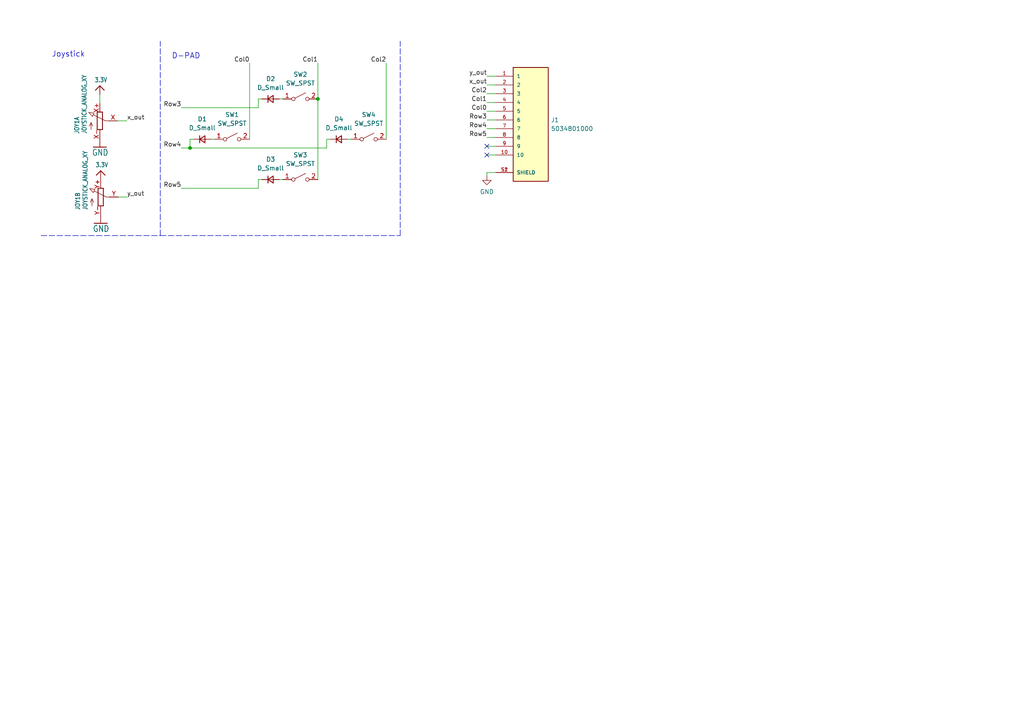
<source format=kicad_sch>
(kicad_sch (version 20211123) (generator eeschema)
  (paper "A4")
  (title_block (title "Joystick & D-PAD Module"))
  (lib_symbols
    (symbol "5034801000:5034801000" (pin_names (offset 1.016))
      (property "Reference" "J" (at -5.08 18.542 0))
      (property "Value" "5034801000" (at -5.08 -17.78 0))
      (symbol "5034801000_0_0"
        (rectangle (start -5.08 -15.24) (end 5.08 17.78) (stroke (width 0.254)) (fill (type background)))
        (pin passive line (at -10.16 15.24 0) (length 5.08) (name "1") (number "1"))
        (pin passive line (at -10.16 -7.62 0) (length 5.08) (name "10") (number "10"))
        (pin passive line (at -10.16 12.7 0) (length 5.08) (name "2") (number "2"))
        (pin passive line (at -10.16 10.16 0) (length 5.08) (name "3") (number "3"))
        (pin passive line (at -10.16 7.62 0) (length 5.08) (name "4") (number "4"))
        (pin passive line (at -10.16 5.08 0) (length 5.08) (name "5") (number "5"))
        (pin passive line (at -10.16 2.54 0) (length 5.08) (name "6") (number "6"))
        (pin passive line (at -10.16 0 0) (length 5.08) (name "7") (number "7"))
        (pin passive line (at -10.16 -2.54 0) (length 5.08) (name "8") (number "8"))
        (pin passive line (at -10.16 -5.08 0) (length 5.08) (name "9") (number "9"))
        (pin passive line (at -10.16 -12.7 0) (length 5.08) (name "SHIELD") (number "S1"))
        (pin passive line (at -10.16 -12.7 0) (length 5.08) (name "SHIELD") (number "S2"))
      )
    )
    (symbol "Adafruit Mini Analog Thumbstick-eagle-import:3.3V" (power)
      (property "Value" "3.3V" (at -1.524 1.016 0))
      (symbol "3.3V_1_0"
        (polyline (pts (xy -1.27 -1.27) (xy 0 0)) (stroke (width 0.254)))
        (polyline (pts (xy 0 0) (xy 1.27 -1.27)) (stroke (width 0.254)))
        (pin power_in line (at 0 -2.54 90) (length 2.54) (name "3.3V") (number "1"))
      )
    )
    (symbol "Adafruit Mini Analog Thumbstick-eagle-import:GND" (power)
      (property "Value" "GND" (at -2.54 -2.54 0))
      (symbol "GND_1_0"
        (polyline (pts (xy -1.905 0) (xy 1.905 0)) (stroke (width 0.254)))
        (pin power_in line (at 0 2.54 270) (length 2.54) (name "GND") (number "1"))
      )
    )
    (symbol "Adafruit Mini Analog Thumbstick-eagle-import:JOYSTICK_ANALOG_XY"
      (property "Reference" "JOY" (at -5.969 -3.81 90))
      (property "Value" "JOYSTICK_ANALOG_XY" (at -3.81 -3.81 90))
      (symbol "JOYSTICK_ANALOG_XY_1_0"
        (polyline (pts (xy -3.1989 2.4495) (xy -1.7018 2.2352)) (stroke (width 0.1524)))
        (polyline (pts (xy -2.54 -2.54) (xy -2.54 -0.508)) (stroke (width 0.1524)))
        (polyline (pts (xy -2.54 -0.508) (xy -3.048 -1.524)) (stroke (width 0.1524)))
        (polyline (pts (xy -2.54 -0.508) (xy -2.032 -1.524)) (stroke (width 0.1524)))
        (polyline (pts (xy -2.1597 1.2939) (xy -3.1989 2.4495)) (stroke (width 0.1524)))
        (polyline (pts (xy -2.1597 1.2939) (xy -1.7018 2.2352)) (stroke (width 0.1524)))
        (polyline (pts (xy -0.762 -2.54) (xy 0.762 -2.54)) (stroke (width 0.254)))
        (polyline (pts (xy -0.762 2.54) (xy -0.762 -2.54)) (stroke (width 0.254)))
        (polyline (pts (xy 0.762 -2.54) (xy 0.762 2.54)) (stroke (width 0.254)))
        (polyline (pts (xy 0.762 2.54) (xy -0.762 2.54)) (stroke (width 0.254)))
        (polyline (pts (xy 1.651 0) (xy -1.8796 1.7526)) (stroke (width 0.1524)))
        (polyline (pts (xy 2.54 0) (xy 1.651 0)) (stroke (width 0.1524)))
        (pin passive line (at 5.08 0 180) (length 2.54) (name "S") (number "X"))
        (pin passive line (at 0 5.08 270) (length 2.54) (name "E") (number "X+"))
        (pin passive line (at 0 -5.08 90) (length 2.54) (name "A") (number "X-"))
      )
      (symbol "JOYSTICK_ANALOG_XY_2_0"
        (polyline (pts (xy -3.1989 2.4495) (xy -1.7018 2.2352)) (stroke (width 0.1524)))
        (polyline (pts (xy -2.54 -2.54) (xy -2.54 -0.508)) (stroke (width 0.1524)))
        (polyline (pts (xy -2.54 -0.508) (xy -3.048 -1.524)) (stroke (width 0.1524)))
        (polyline (pts (xy -2.54 -0.508) (xy -2.032 -1.524)) (stroke (width 0.1524)))
        (polyline (pts (xy -2.1597 1.2939) (xy -3.1989 2.4495)) (stroke (width 0.1524)))
        (polyline (pts (xy -2.1597 1.2939) (xy -1.7018 2.2352)) (stroke (width 0.1524)))
        (polyline (pts (xy -0.762 -2.54) (xy 0.762 -2.54)) (stroke (width 0.254)))
        (polyline (pts (xy -0.762 2.54) (xy -0.762 -2.54)) (stroke (width 0.254)))
        (polyline (pts (xy 0.762 -2.54) (xy 0.762 2.54)) (stroke (width 0.254)))
        (polyline (pts (xy 0.762 2.54) (xy -0.762 2.54)) (stroke (width 0.254)))
        (polyline (pts (xy 1.651 0) (xy -1.8796 1.7526)) (stroke (width 0.1524)))
        (polyline (pts (xy 2.54 0) (xy 1.651 0)) (stroke (width 0.1524)))
        (pin passive line (at 5.08 0 180) (length 2.54) (name "S") (number "Y"))
        (pin passive line (at 0 5.08 270) (length 2.54) (name "E") (number "Y+"))
        (pin passive line (at 0 -5.08 90) (length 2.54) (name "A") (number "Y-"))
      )
    )
    (symbol "Device:D_Small" (pin_numbers hide) (pin_names (offset 0.254) hide)
      (property "Reference" "D" (at -1.27 2.032 0))
      (property "Value" "D_Small" (at -3.81 -2.032 0))
      (symbol "D_Small_0_1"
        (polyline (pts (xy -0.762 -1.016) (xy -0.762 1.016)) (stroke (width 0.254)))
        (polyline (pts (xy -0.762 0) (xy 0.762 0)))
        (polyline (pts (xy 0.762 -1.016) (xy -0.762 0) (xy 0.762 1.016) (xy 0.762 -1.016)) (stroke (width 0.254)))
      )
      (symbol "D_Small_1_1"
        (pin passive line (at -2.54 0 0) (length 1.778) (name "K") (number "1"))
        (pin passive line (at 2.54 0 180) (length 1.778) (name "A") (number "2"))
      )
    )
    (symbol "Switch:SW_SPST" (pin_names (offset 0) hide)
      (property "Reference" "SW" (at 0 3.175 0))
      (property "Value" "SW_SPST" (at 0 -2.54 0))
      (symbol "SW_SPST_0_0"
        (circle (center -2.032 0) (radius 0.508))
        (polyline (pts (xy -1.524 0.254) (xy 1.524 1.778)))
        (circle (center 2.032 0) (radius 0.508))
      )
      (symbol "SW_SPST_1_1"
        (pin passive line (at -5.08 0 0) (length 2.54) (name "A") (number "1"))
        (pin passive line (at 5.08 0 180) (length 2.54) (name "B") (number "2"))
      )
    )
    (symbol "power:GND" (power) (pin_names (offset 0))
      (property "Value" "GND" (at 0 -3.81 0))
      (symbol "GND_0_1"
        (polyline (pts (xy 0 0) (xy 0 -1.27) (xy 1.27 -1.27) (xy 0 -2.54) (xy -1.27 -1.27) (xy 0 -1.27)))
      )
      (symbol "GND_1_1"
        (pin power_in line (at 0 0 270) (length 0) hide (name "GND") (number "1"))
      )
    )
  )
  (junction (at 92.202 28.702))
  (junction (at 55.118 42.926))
  (no_connect (at 141.224 44.958))
  (no_connect (at 141.224 42.418))
  (polyline (pts (xy 116.078 68.326) (xy 116.078 11.938)))
  (wire (pts (xy 52.578 31.242) (xy 74.93 31.242)))
  (wire (pts (xy 52.578 42.926) (xy 55.118 42.926)))
  (wire (pts (xy 94.742 40.386) (xy 94.742 42.926)))
  (wire (pts (xy 141.224 39.878) (xy 143.764 39.878)))
  (wire (pts (xy 75.946 52.07) (xy 74.93 52.07)))
  (wire (pts (xy 141.224 37.338) (xy 143.764 37.338)))
  (wire (pts (xy 141.224 22.098) (xy 143.764 22.098)))
  (wire (pts (xy 141.224 34.798) (xy 143.764 34.798)))
  (wire (pts (xy 141.224 29.718) (xy 143.764 29.718)))
  (wire (pts (xy 81.026 52.07) (xy 82.042 52.07)))
  (wire (pts (xy 55.118 42.926) (xy 94.742 42.926)))
  (wire (pts (xy 75.946 28.702) (xy 74.93 28.702)))
  (wire (pts (xy 141.224 24.638) (xy 143.764 24.638)))
  (wire (pts (xy 74.93 28.702) (xy 74.93 31.242)))
  (wire (pts (xy 28.956 27.432) (xy 28.956 29.972)))
  (wire (pts (xy 92.202 28.702) (xy 92.202 18.288)))
  (wire (pts (xy 92.202 28.702) (xy 92.202 52.07)))
  (wire (pts (xy 141.224 44.958) (xy 143.764 44.958)))
  (wire (pts (xy 56.134 40.386) (xy 55.118 40.386)))
  (wire (pts (xy 34.29 57.15) (xy 36.83 57.15)))
  (polyline (pts (xy 11.938 68.326) (xy 46.482 68.326)))
  (wire (pts (xy 81.026 28.702) (xy 82.042 28.702)))
  (wire (pts (xy 112.014 18.288) (xy 112.014 40.386)))
  (wire (pts (xy 141.224 32.258) (xy 143.764 32.258)))
  (wire (pts (xy 141.224 50.038) (xy 143.764 50.038)))
  (wire (pts (xy 72.39 18.288) (xy 72.39 40.386)))
  (wire (pts (xy 52.578 54.61) (xy 74.93 54.61)))
  (polyline (pts (xy 46.482 68.326) (xy 116.078 68.326)))
  (wire (pts (xy 141.224 42.418) (xy 143.764 42.418)))
  (wire (pts (xy 141.224 51.054) (xy 141.224 50.038)))
  (wire (pts (xy 100.838 40.386) (xy 101.854 40.386)))
  (wire (pts (xy 95.758 40.386) (xy 94.742 40.386)))
  (wire (pts (xy 34.036 35.052) (xy 36.83 35.052)))
  (wire (pts (xy 61.214 40.386) (xy 62.23 40.386)))
  (polyline (pts (xy 46.482 68.326) (xy 46.482 11.938)))
  (wire (pts (xy 141.224 27.178) (xy 143.764 27.178)))
  (wire (pts (xy 74.93 52.07) (xy 74.93 54.61)))
  (wire (pts (xy 55.118 40.386) (xy 55.118 42.926)))
  (text "D-PAD\n" (at 49.784 17.272 0) (effects (font (size 1.6 1.6)) (justify left bottom)))
  (text "Joystick" (at 14.986 16.764 0) (effects (font (size 1.6 1.6)) (justify left bottom)))
  (label "Col1" (at 92.202 18.288 180))
  (label "x_out" (at 36.83 35.052 0) (effects (font (size 1.2446 1.2446))))
  (label "Row4" (at 141.224 37.338 180))
  (label "x_out" (at 141.224 24.638 180))
  (label "Row5" (at 52.578 54.61 180))
  (label "y_out" (at 141.224 22.098 180))
  (label "Row5" (at 141.224 39.878 180))
  (label "Row3" (at 52.578 31.242 180))
  (label "Col0" (at 141.224 32.258 180))
  (label "y_out" (at 36.83 57.15 0) (effects (font (size 1.2446 1.2446))))
  (label "Row3" (at 141.224 34.798 180))
  (label "Col2" (at 141.224 27.178 180))
  (label "Col1" (at 141.224 29.718 180))
  (label "Col0" (at 72.39 18.288 180))
  (label "Col2" (at 112.014 18.288 180))
  (label "Row4" (at 52.578 42.926 180))
  (symbol (lib_id "Adafruit Mini Analog Thumbstick-eagle-import:GND") (at 28.956 42.672 0) (mirror y) (unit 1)
    (property "Reference" "#GND0102" (effects hide))
    (property "Value" "GND" (at 31.496 45.212 0) (effects (font (size 1.778 1.5113)) (justify left bottom)))
    (property "Footprint" "Adafruit Mini Analog Thumbstick:" (effects hide))
  )
  (symbol (lib_id "Adafruit Mini Analog Thumbstick-eagle-import:GND") (at 29.21 64.77 0) (mirror y) (unit 1)
    (property "Reference" "#GND0101" (effects hide))
    (property "Value" "GND" (at 31.75 67.31 0) (effects (font (size 1.778 1.5113)) (justify left bottom)))
    (property "Footprint" "Adafruit Mini Analog Thumbstick:" (effects hide))
  )
  (symbol (lib_id "Switch:SW_SPST") (at 106.934 40.386 0) (unit 1)
    (property "Reference" "SW4" (at 106.934 33.274 0))
    (property "Value" "SW_SPST" (at 106.934 35.814 0))
    (property "Footprint" "KSA_Switch:KSA1M331LFT" (effects hide))
  )
  (symbol (lib_id "Device:D_Small") (at 58.674 40.386 0) (unit 1)
    (property "Reference" "D1" (at 58.674 34.544 0))
    (property "Value" "D_Small" (at 58.674 37.084 0))
    (property "Footprint" "Diode_SMD:D_SOD-123" (effects hide))
  )
  (symbol (lib_id "Switch:SW_SPST") (at 87.122 52.07 0) (unit 1)
    (property "Reference" "SW3" (at 87.122 44.958 0))
    (property "Value" "SW_SPST" (at 87.122 47.498 0))
    (property "Footprint" "KSA_Switch:KSA1M331LFT" (effects hide))
  )
  (symbol (lib_id "Device:D_Small") (at 78.486 52.07 0) (unit 1)
    (property "Reference" "D3" (at 78.486 46.228 0))
    (property "Value" "D_Small" (at 78.486 48.768 0))
    (property "Footprint" "Diode_SMD:D_SOD-123" (effects hide))
  )
  (symbol (lib_id "Adafruit Mini Analog Thumbstick-eagle-import:JOYSTICK_ANALOG_XY") (at 28.956 35.052 0) (unit 1)
    (property "Reference" "JOY1" (at 22.987 38.862 90) (effects (font (size 1.27 1.0795)) (justify left bottom)))
    (property "Value" "JOYSTICK_ANALOG_XY" (at 25.146 38.862 90) (effects (font (size 1.27 1.0795)) (justify left bottom)))
    (property "Footprint" "Adafruit_Thumbstick:JOYSTICK_ANALOG_MINITHM" (effects hide))
  )
  (symbol (lib_id "Adafruit Mini Analog Thumbstick-eagle-import:3.3V") (at 29.21 49.53 0) (unit 1)
    (property "Reference" "#U$0101" (effects hide))
    (property "Value" "3.3V" (at 27.686 48.514 0) (effects (font (size 1.27 1.0795)) (justify left bottom)))
    (property "Footprint" "Adafruit Mini Analog Thumbstick:" (effects hide))
  )
  (symbol (lib_id "Switch:SW_SPST") (at 87.122 28.702 0) (unit 1)
    (property "Reference" "SW2" (at 87.122 21.59 0))
    (property "Value" "SW_SPST" (at 87.122 24.13 0))
    (property "Footprint" "KSA_Switch:KSA1M331LFT" (effects hide))
  )
  (symbol (lib_id "Adafruit Mini Analog Thumbstick-eagle-import:JOYSTICK_ANALOG_XY") (at 29.21 57.15 0) (unit 2)
    (property "Reference" "JOY1" (at 23.241 60.96 90) (effects (font (size 1.27 1.0795)) (justify left bottom)))
    (property "Value" "JOYSTICK_ANALOG_XY" (at 25.4 60.96 90) (effects (font (size 1.27 1.0795)) (justify left bottom)))
    (property "Footprint" "Adafruit_Thumbstick:JOYSTICK_ANALOG_MINITHM" (effects hide))
  )
  (symbol (lib_id "Switch:SW_SPST") (at 67.31 40.386 0) (unit 1)
    (property "Reference" "SW1" (at 67.31 33.274 0))
    (property "Value" "SW_SPST" (at 67.31 35.814 0))
    (property "Footprint" "KSA_Switch:KSA1M331LFT" (effects hide))
  )
  (symbol (lib_id "Device:D_Small") (at 78.486 28.702 0) (unit 1)
    (property "Reference" "D2" (at 78.486 22.86 0))
    (property "Value" "D_Small" (at 78.486 25.4 0))
    (property "Footprint" "Diode_SMD:D_SOD-123" (effects hide))
  )
  (symbol (lib_id "Adafruit Mini Analog Thumbstick-eagle-import:3.3V") (at 28.956 24.892 0) (unit 1)
    (property "Reference" "#U$0102" (effects hide))
    (property "Value" "3.3V" (at 27.432 23.876 0) (effects (font (size 1.27 1.0795)) (justify left bottom)))
    (property "Footprint" "Adafruit Mini Analog Thumbstick:" (effects hide))
  )
  (symbol (lib_id "Device:D_Small") (at 98.298 40.386 0) (unit 1)
    (property "Reference" "D4" (at 98.298 34.544 0))
    (property "Value" "D_Small" (at 98.298 37.084 0))
    (property "Footprint" "Diode_SMD:D_SOD-123" (effects hide))
  )
  (symbol (lib_id "5034801000:5034801000") (at 153.924 37.338 0) (unit 1)
    (property "Reference" "J1" (at 159.766 34.7979 0) (effects (justify left)))
    (property "Value" "5034801000" (at 159.766 37.3379 0) (effects (justify left)))
    (property "Footprint" "5034801000:MOLEX_5034801000" (effects hide))
    (property "MANUFACTURER" "MOLEX" (effects hide))
    (property "STANDARD" "Manufacturer Recommendation" (effects hide))
    (property "PARTREV" "H" (effects hide))
  )
  (symbol (lib_id "power:GND") (at 141.224 51.054 0) (unit 1)
    (property "Reference" "#PWR0101" (effects hide))
    (property "Value" "GND" (at 141.224 55.626 0))
  )
)
</source>
